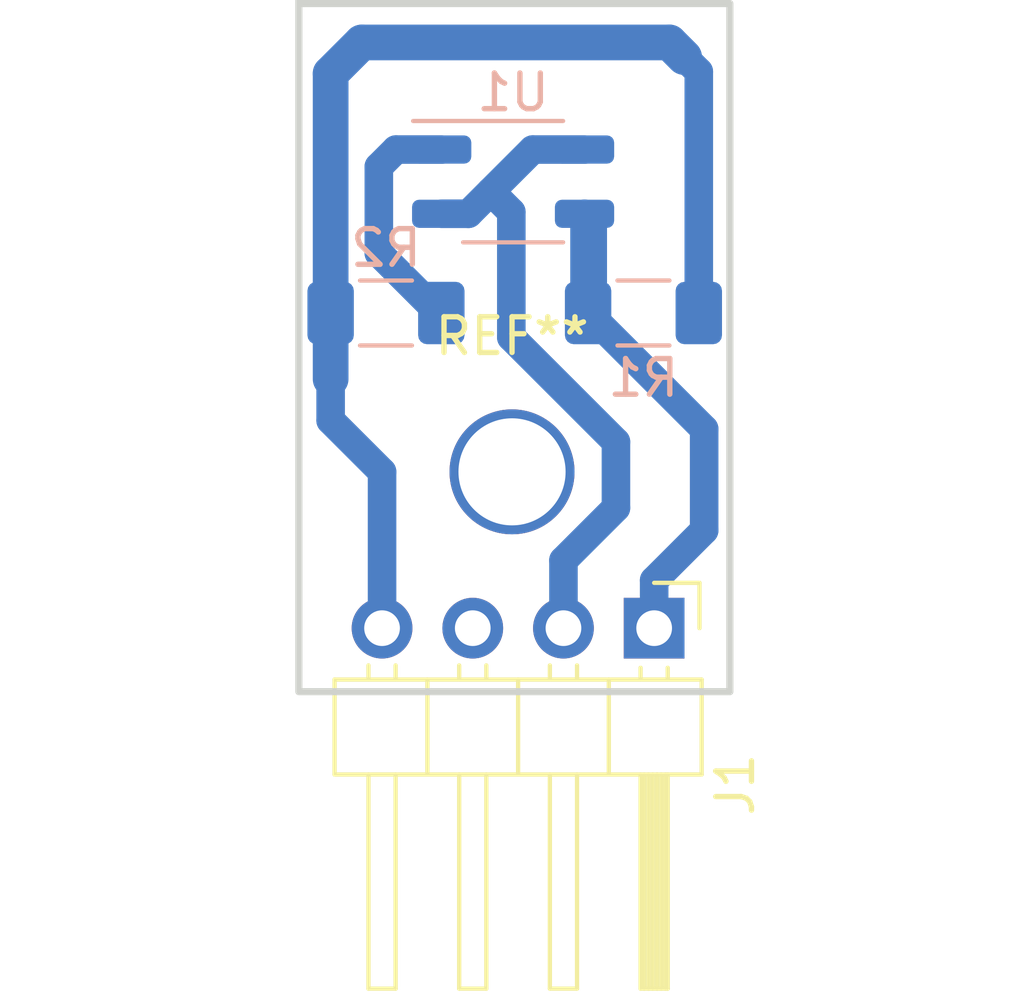
<source format=kicad_pcb>
(kicad_pcb (version 20221018) (generator pcbnew)
  (layers (0 "F.Cu" signal) (31 "B.Cu" signal) (34 "B.Paste" user) (35 "F.Paste" user) (36 "B.SilkS" user "B.Silkscreen") (37 "F.SilkS" user "F.Silkscreen") (38 "B.Mask" user) (39 "F.Mask" user) (44 "Edge.Cuts" user))
  (net 0 "")
  (net 1 "/SIGNAL")
  (net 2 "GND")
  (net 4 "+5V")
  (net 5 "Net-(U1-A)")
  (footprint "Connector_PinHeader_2.54mm:PinHeader_1x04_P2.54mm_Horizontal" (layer "F.Cu") (at 44.39 43.67 -90)
    (fp_text reference "J1" (at 4.385 -2.27 90) (layer "F.SilkS"))
    (fp_text value "Conn_01x04_Pin")
    (fp_line (start -1.27 -1.27) (end 0 -1.27) (stroke (width 0.12)) (layer "F.SilkS"))
    (fp_line (start -1.27 0) (end -1.27 -1.27) (stroke (width 0.12)) (layer "F.SilkS"))
    (fp_line (start 1.042929 2.16) (end 1.44 2.16) (stroke (width 0.12)) (layer "F.SilkS"))
    (fp_line (start 1.042929 2.92) (end 1.44 2.92) (stroke (width 0.12)) (layer "F.SilkS"))
    (fp_line (start 1.042929 4.7) (end 1.44 4.7) (stroke (width 0.12)) (layer "F.SilkS"))
    (fp_line (start 1.042929 5.46) (end 1.44 5.46) (stroke (width 0.12)) (layer "F.SilkS"))
    (fp_line (start 1.042929 7.24) (end 1.44 7.24) (stroke (width 0.12)) (layer "F.SilkS"))
    (fp_line (start 1.042929 8) (end 1.44 8) (stroke (width 0.12)) (layer "F.SilkS"))
    (fp_line (start 1.11 -0.38) (end 1.44 -0.38) (stroke (width 0.12)) (layer "F.SilkS"))
    (fp_line (start 1.11 0.38) (end 1.44 0.38) (stroke (width 0.12)) (layer "F.SilkS"))
    (fp_line (start 1.44 -1.33) (end 1.44 8.95) (stroke (width 0.12)) (layer "F.SilkS"))
    (fp_line (start 1.44 1.27) (end 4.1 1.27) (stroke (width 0.12)) (layer "F.SilkS"))
    (fp_line (start 1.44 3.81) (end 4.1 3.81) (stroke (width 0.12)) (layer "F.SilkS"))
    (fp_line (start 1.44 6.35) (end 4.1 6.35) (stroke (width 0.12)) (layer "F.SilkS"))
    (fp_line (start 1.44 8.95) (end 4.1 8.95) (stroke (width 0.12)) (layer "F.SilkS"))
    (fp_line (start 4.1 -1.33) (end 1.44 -1.33) (stroke (width 0.12)) (layer "F.SilkS"))
    (fp_line (start 4.1 -0.38) (end 10.1 -0.38) (stroke (width 0.12)) (layer "F.SilkS"))
    (fp_line (start 4.1 -0.32) (end 10.1 -0.32) (stroke (width 0.12)) (layer "F.SilkS"))
    (fp_line (start 4.1 -0.2) (end 10.1 -0.2) (stroke (width 0.12)) (layer "F.SilkS"))
    (fp_line (start 4.1 -0.08) (end 10.1 -0.08) (stroke (width 0.12)) (layer "F.SilkS"))
    (fp_line (start 4.1 0.04) (end 10.1 0.04) (stroke (width 0.12)) (layer "F.SilkS"))
    (fp_line (start 4.1 0.16) (end 10.1 0.16) (stroke (width 0.12)) (layer "F.SilkS"))
    (fp_line (start 4.1 0.28) (end 10.1 0.28) (stroke (width 0.12)) (layer "F.SilkS"))
    (fp_line (start 4.1 2.16) (end 10.1 2.16) (stroke (width 0.12)) (layer "F.SilkS"))
    (fp_line (start 4.1 4.7) (end 10.1 4.7) (stroke (width 0.12)) (layer "F.SilkS"))
    (fp_line (start 4.1 7.24) (end 10.1 7.24) (stroke (width 0.12)) (layer "F.SilkS"))
    (fp_line (start 4.1 8.95) (end 4.1 -1.33) (stroke (width 0.12)) (layer "F.SilkS"))
    (fp_line (start 10.1 -0.38) (end 10.1 0.38) (stroke (width 0.12)) (layer "F.SilkS"))
    (fp_line (start 10.1 0.38) (end 4.1 0.38) (stroke (width 0.12)) (layer "F.SilkS"))
    (fp_line (start 10.1 2.16) (end 10.1 2.92) (stroke (width 0.12)) (layer "F.SilkS"))
    (fp_line (start 10.1 2.92) (end 4.1 2.92) (stroke (width 0.12)) (layer "F.SilkS"))
    (fp_line (start 10.1 4.7) (end 10.1 5.46) (stroke (width 0.12)) (layer "F.SilkS"))
    (fp_line (start 10.1 5.46) (end 4.1 5.46) (stroke (width 0.12)) (layer "F.SilkS"))
    (fp_line (start 10.1 7.24) (end 10.1 8) (stroke (width 0.12)) (layer "F.SilkS"))
    (fp_line (start 10.1 8) (end 4.1 8) (stroke (width 0.12)) (layer "F.SilkS"))
    (pad "1" thru_hole rect (at 0 0 270) (size 1.7 1.7) (drill 1) (layers "*.Cu" "*.Mask") (net 1 "/SIGNAL"))
    (pad "2" thru_hole oval (at 0 2.54 270) (size 1.7 1.7) (drill 1) (layers "*.Cu" "*.Mask") (net 2 "GND"))
    (pad "3" thru_hole oval (at 0 5.08 270) (size 1.7 1.7) (drill 1) (layers "*.Cu" "*.Mask"))
    (pad "4" thru_hole oval (at 0 7.62 270) (size 1.7 1.7) (drill 1) (layers "*.Cu" "*.Mask") (net 4 "+5V"))
  )
  (footprint "MountingHole:MountingHole_3.2mm_M3_DIN965_Pad" (layer "F.Cu") (at 40.41 39.29)
    (fp_text reference "REF**" (at 0 -3.8) (layer "F.SilkS"))
    (fp_text value "MountingHole_3.2mm_M3_DIN965_Pad")
    (pad "1" thru_hole circle (at 0 0) (size 3.5 3.5) (drill 3) (layers "*.Cu" "*.Mask"))
  )
  (footprint "Resistor_SMD:R_1206_3216Metric_Pad1.30x1.75mm_HandSolder" (layer "B.Cu") (at 36.88 34.84 180)
    (fp_text reference "R2" (at 0 1.82) (layer "B.SilkS") (effects (justify mirror)))
    (fp_text value "22")
    (fp_line (start -0.727064 -0.91) (end 0.727064 -0.91) (stroke (width 0.12)) (layer "B.SilkS"))
    (fp_line (start -0.727064 0.91) (end 0.727064 0.91) (stroke (width 0.12)) (layer "B.SilkS"))
    (pad "1" smd roundrect (at -1.55 0 180) (size 1.3 1.75) (layers "B.Cu" "B.Paste" "B.Mask") (roundrect_rratio 0.192308) (net 5 "Net-(U1-A)"))
    (pad "2" smd roundrect (at 1.55 0 180) (size 1.3 1.75) (layers "B.Cu" "B.Paste" "B.Mask") (roundrect_rratio 0.192308) (net 4 "+5V"))
  )
  (footprint "Resistor_SMD:R_1206_3216Metric_Pad1.30x1.75mm_HandSolder" (layer "B.Cu") (at 44.09 34.84)
    (fp_text reference "R1" (at 0 1.82) (layer "B.SilkS") (effects (justify mirror)))
    (fp_text value "47K")
    (fp_line (start -0.727064 -0.91) (end 0.727064 -0.91) (stroke (width 0.12)) (layer "B.SilkS"))
    (fp_line (start -0.727064 0.91) (end 0.727064 0.91) (stroke (width 0.12)) (layer "B.SilkS"))
    (pad "1" smd roundrect (at -1.55 0) (size 1.3 1.75) (layers "B.Cu" "B.Paste" "B.Mask") (roundrect_rratio 0.192308) (net 1 "/SIGNAL"))
    (pad "2" smd roundrect (at 1.55 0) (size 1.3 1.75) (layers "B.Cu" "B.Paste" "B.Mask") (roundrect_rratio 0.192308) (net 4 "+5V"))
  )
  (footprint "OptoDevice:OnSemi_CASE100CY" (layer "B.Cu") (at 40.44 31.16 -90)
    (fp_text reference "U1" (at -2.5 0) (layer "B.SilkS") (effects (justify mirror)))
    (fp_text value "QRE1113GR")
    (fp_line (start -1.7 -1.4) (end -1.7 2.8) (stroke (width 0.12)) (layer "B.SilkS"))
    (fp_line (start 1.7 -1.4) (end 1.7 1.4) (stroke (width 0.12)) (layer "B.SilkS"))
    (pad "1" smd roundrect (at -0.9 2 270) (size 0.79 1.66) (layers "B.Cu" "B.Paste" "B.Mask") (net 5 "Net-(U1-A)"))
    (pad "2" smd roundrect (at -0.9 -2 270) (size 0.79 1.66) (layers "B.Cu" "B.Paste" "B.Mask") (net 2 "GND"))
    (pad "3" smd roundrect (at 0.9 -2 270) (size 0.79 1.66) (layers "B.Cu" "B.Paste" "B.Mask") (net 1 "/SIGNAL"))
    (pad "4" smd roundrect (at 0.9 2 270) (size 0.79 1.66) (layers "B.Cu" "B.Paste" "B.Mask") (net 2 "GND"))
  )
  (gr_rect (start 34.44 26.17) (end 46.51 45.45) (stroke (width 0.2)) (fill none) (layer "Edge.Cuts"))
  (segment (start 44.39 42.33) (end 45.79 40.93) (width 0.8) (layer "B.Cu") (net 1))
  (segment (start 42.44 32.06) (end 42.44 34.74) (width 0.8) (layer "B.Cu") (net 1))
  (segment (start 44.39 43.67) (end 44.39 42.33) (width 0.8) (layer "B.Cu") (net 1))
  (segment (start 45.79 40.93) (end 45.79 38.09) (width 0.8) (layer "B.Cu") (net 1))
  (segment (start 42.44 34.74) (end 42.54 34.84) (width 0.8) (layer "B.Cu") (net 1))
  (segment (start 42.57 34.29) (end 42.57 32.19) (width 1) (layer "B.Cu") (net 1))
  (segment (start 45.79 38.09) (end 42.54 34.84) (width 0.8) (layer "B.Cu") (net 1))
  (segment (start 39.19 32.06) (end 38.44 32.06) (width 0.8) (layer "B.Cu") (net 2))
  (segment (start 42.44 30.26) (end 40.99 30.26) (width 0.8) (layer "B.Cu") (net 2))
  (segment (start 43.32 38.45) (end 40.39 35.52) (width 0.8) (layer "B.Cu") (net 2))
  (segment (start 41.85 41.77) (end 43.32 40.3) (width 0.8) (layer "B.Cu") (net 2))
  (segment (start 41.85 43.67) (end 41.85 41.77) (width 0.8) (layer "B.Cu") (net 2))
  (segment (start 43.32 40.3) (end 43.32 38.45) (width 0.8) (layer "B.Cu") (net 2))
  (segment (start 40.39 32.01) (end 39.815 31.435) (width 0.8) (layer "B.Cu") (net 2))
  (segment (start 40.39 35.52) (end 40.39 32.01) (width 0.8) (layer "B.Cu") (net 2))
  (segment (start 39.815 31.435) (end 39.19 32.06) (width 0.8) (layer "B.Cu") (net 2))
  (segment (start 40.99 30.26) (end 39.815 31.435) (width 0.8) (layer "B.Cu") (net 2))
  (segment (start 36.2 27.26) (end 44.82 27.26) (width 1) (layer "B.Cu") (net 4))
  (segment (start 45.64 28.08) (end 45.23 27.67) (width 0.8) (layer "B.Cu") (net 4))
  (segment (start 35.33 37.85) (end 35.33 36.69) (width 0.8) (layer "B.Cu") (net 4))
  (segment (start 44.82 27.26) (end 45.23 27.67) (width 1) (layer "B.Cu") (net 4))
  (segment (start 35.33 36.69) (end 35.33 34.84) (width 1) (layer "B.Cu") (net 4))
  (segment (start 36.77 39.29) (end 35.33 37.85) (width 0.8) (layer "B.Cu") (net 4))
  (segment (start 36.77 43.67) (end 36.77 39.29) (width 0.8) (layer "B.Cu") (net 4))
  (segment (start 35.33 34.84) (end 35.33 28.13) (width 1) (layer "B.Cu") (net 4))
  (segment (start 35.33 28.13) (end 36.2 27.26) (width 1) (layer "B.Cu") (net 4))
  (segment (start 45.64 34.84) (end 45.64 28.08) (width 0.8) (layer "B.Cu") (net 4))
  (segment (start 36.68 33.16) (end 36.68 30.74) (width 0.8) (layer "B.Cu") (net 5))
  (segment (start 38.36 34.84) (end 36.68 33.16) (width 0.8) (layer "B.Cu") (net 5))
  (segment (start 38.43 34.84) (end 38.36 34.84) (width 0.8) (layer "B.Cu") (net 5))
  (segment (start 37.16 30.26) (end 38.44 30.26) (width 0.8) (layer "B.Cu") (net 5))
  (segment (start 36.68 30.74) (end 37.16 30.26) (width 0.8) (layer "B.Cu") (net 5))
)
</source>
